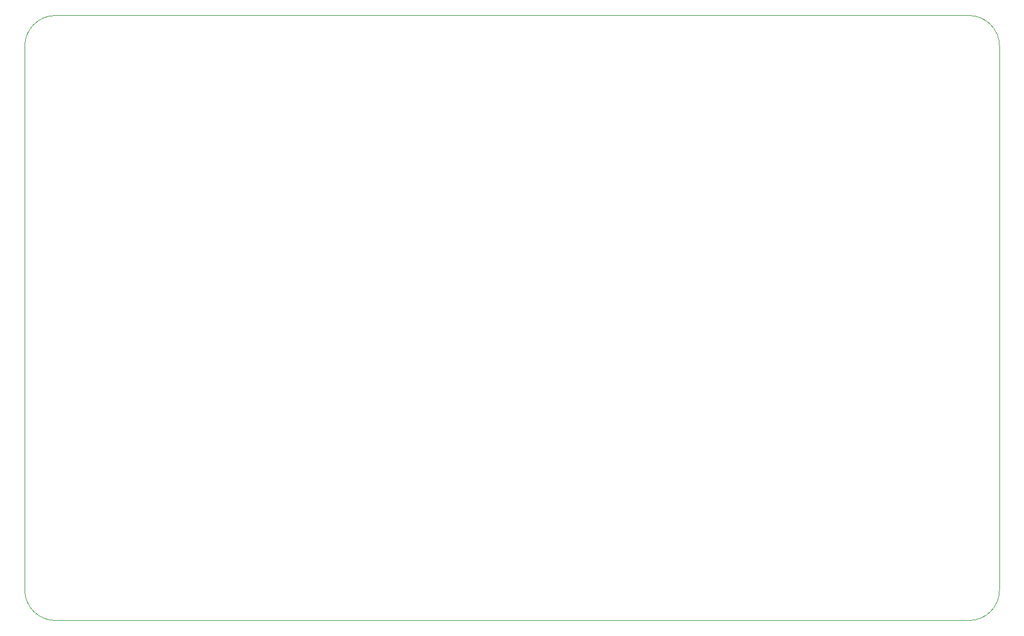
<source format=gbr>
%TF.GenerationSoftware,KiCad,Pcbnew,(5.1.8)-1*%
%TF.CreationDate,2021-03-09T15:18:23+01:00*%
%TF.ProjectId,schema_v1,73636865-6d61-45f7-9631-2e6b69636164,rev?*%
%TF.SameCoordinates,Original*%
%TF.FileFunction,Profile,NP*%
%FSLAX46Y46*%
G04 Gerber Fmt 4.6, Leading zero omitted, Abs format (unit mm)*
G04 Created by KiCad (PCBNEW (5.1.8)-1) date 2021-03-09 15:18:23*
%MOMM*%
%LPD*%
G01*
G04 APERTURE LIST*
%TA.AperFunction,Profile*%
%ADD10C,0.100000*%
%TD*%
G04 APERTURE END LIST*
D10*
X76835000Y-52705000D02*
G75*
G02*
X81280000Y-48260000I4445000J0D01*
G01*
X81280000Y-135890000D02*
G75*
G02*
X76835000Y-131445000I0J4445000D01*
G01*
X217805000Y-131445000D02*
G75*
G02*
X213360000Y-135890000I-4445000J0D01*
G01*
X213360000Y-48260000D02*
G75*
G02*
X217805000Y-52705000I0J-4445000D01*
G01*
X81280000Y-135890000D02*
X213360000Y-135890000D01*
X76835000Y-52705000D02*
X76835000Y-131445000D01*
X213360000Y-48260000D02*
X81280000Y-48260000D01*
X217805000Y-131445000D02*
X217805000Y-52705000D01*
M02*

</source>
